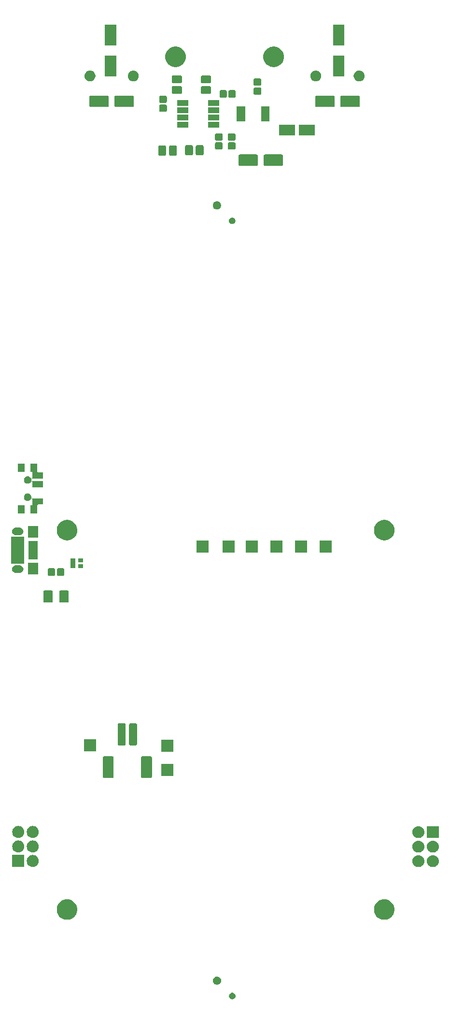
<source format=gbs>
G04 #@! TF.GenerationSoftware,KiCad,Pcbnew,(5.1.0-0)*
G04 #@! TF.CreationDate,2019-04-19T22:26:30-07:00*
G04 #@! TF.ProjectId,DC27-badge,44433237-2d62-4616-9467-652e6b696361,rev?*
G04 #@! TF.SameCoordinates,Original*
G04 #@! TF.FileFunction,Soldermask,Bot*
G04 #@! TF.FilePolarity,Negative*
%FSLAX46Y46*%
G04 Gerber Fmt 4.6, Leading zero omitted, Abs format (unit mm)*
G04 Created by KiCad (PCBNEW (5.1.0-0)) date 2019-04-19 22:26:30*
%MOMM*%
%LPD*%
G04 APERTURE LIST*
%ADD10C,0.150000*%
G04 APERTURE END LIST*
D10*
G36*
X106722442Y-209301818D02*
G01*
X106827085Y-209345162D01*
X106827086Y-209345163D01*
X106921262Y-209408089D01*
X107001353Y-209488180D01*
X107043399Y-209551107D01*
X107064280Y-209582357D01*
X107107624Y-209687000D01*
X107129721Y-209798089D01*
X107129721Y-209911353D01*
X107107624Y-210022442D01*
X107064280Y-210127085D01*
X107064279Y-210127086D01*
X107001353Y-210221262D01*
X106921262Y-210301353D01*
X106858335Y-210343399D01*
X106827085Y-210364280D01*
X106722442Y-210407624D01*
X106611354Y-210429721D01*
X106498088Y-210429721D01*
X106387000Y-210407624D01*
X106282357Y-210364280D01*
X106251107Y-210343399D01*
X106188180Y-210301353D01*
X106108089Y-210221262D01*
X106045163Y-210127086D01*
X106045162Y-210127085D01*
X106001818Y-210022442D01*
X105979721Y-209911353D01*
X105979721Y-209798089D01*
X106001818Y-209687000D01*
X106045162Y-209582357D01*
X106066043Y-209551107D01*
X106108089Y-209488180D01*
X106188180Y-209408089D01*
X106282356Y-209345163D01*
X106282357Y-209345162D01*
X106387000Y-209301818D01*
X106498088Y-209279721D01*
X106611354Y-209279721D01*
X106722442Y-209301818D01*
X106722442Y-209301818D01*
G37*
G36*
X104079190Y-206470576D02*
G01*
X104211131Y-206525227D01*
X104329875Y-206604570D01*
X104430860Y-206705555D01*
X104510203Y-206824299D01*
X104564854Y-206956240D01*
X104592715Y-207096307D01*
X104592715Y-207239123D01*
X104564854Y-207379190D01*
X104510203Y-207511131D01*
X104430860Y-207629875D01*
X104329875Y-207730860D01*
X104211131Y-207810203D01*
X104079190Y-207864854D01*
X103939123Y-207892715D01*
X103796307Y-207892715D01*
X103656240Y-207864854D01*
X103524299Y-207810203D01*
X103405555Y-207730860D01*
X103304570Y-207629875D01*
X103225227Y-207511131D01*
X103170576Y-207379190D01*
X103142715Y-207239123D01*
X103142715Y-207096307D01*
X103170576Y-206956240D01*
X103225227Y-206824299D01*
X103304570Y-206705555D01*
X103405555Y-206604570D01*
X103524299Y-206525227D01*
X103656240Y-206470576D01*
X103796307Y-206442715D01*
X103939123Y-206442715D01*
X104079190Y-206470576D01*
X104079190Y-206470576D01*
G37*
G36*
X133561163Y-192954587D02*
G01*
X133735041Y-192989173D01*
X134062620Y-193124861D01*
X134357433Y-193321849D01*
X134608151Y-193572567D01*
X134805139Y-193867380D01*
X134940827Y-194194959D01*
X135010000Y-194542716D01*
X135010000Y-194897284D01*
X134940827Y-195245041D01*
X134805139Y-195572620D01*
X134608151Y-195867433D01*
X134357433Y-196118151D01*
X134062620Y-196315139D01*
X133735041Y-196450827D01*
X133561163Y-196485413D01*
X133387286Y-196520000D01*
X133032714Y-196520000D01*
X132858837Y-196485413D01*
X132684959Y-196450827D01*
X132357380Y-196315139D01*
X132062567Y-196118151D01*
X131811849Y-195867433D01*
X131614861Y-195572620D01*
X131479173Y-195245041D01*
X131410000Y-194897284D01*
X131410000Y-194542716D01*
X131479173Y-194194959D01*
X131614861Y-193867380D01*
X131811849Y-193572567D01*
X132062567Y-193321849D01*
X132357380Y-193124861D01*
X132684959Y-192989173D01*
X132858838Y-192954586D01*
X133032714Y-192920000D01*
X133387286Y-192920000D01*
X133561163Y-192954587D01*
X133561163Y-192954587D01*
G37*
G36*
X77921163Y-192954587D02*
G01*
X78095041Y-192989173D01*
X78422620Y-193124861D01*
X78717433Y-193321849D01*
X78968151Y-193572567D01*
X79165139Y-193867380D01*
X79300827Y-194194959D01*
X79370000Y-194542716D01*
X79370000Y-194897284D01*
X79300827Y-195245041D01*
X79165139Y-195572620D01*
X78968151Y-195867433D01*
X78717433Y-196118151D01*
X78422620Y-196315139D01*
X78095041Y-196450827D01*
X77921163Y-196485413D01*
X77747286Y-196520000D01*
X77392714Y-196520000D01*
X77218837Y-196485413D01*
X77044959Y-196450827D01*
X76717380Y-196315139D01*
X76422567Y-196118151D01*
X76171849Y-195867433D01*
X75974861Y-195572620D01*
X75839173Y-195245041D01*
X75770000Y-194897284D01*
X75770000Y-194542716D01*
X75839173Y-194194959D01*
X75974861Y-193867380D01*
X76171849Y-193572567D01*
X76422567Y-193321849D01*
X76717380Y-193124861D01*
X77044959Y-192989173D01*
X77218837Y-192954587D01*
X77392714Y-192920000D01*
X77747286Y-192920000D01*
X77921163Y-192954587D01*
X77921163Y-192954587D01*
G37*
G36*
X139298707Y-185207597D02*
G01*
X139375836Y-185215193D01*
X139573762Y-185275233D01*
X139573765Y-185275234D01*
X139756170Y-185372732D01*
X139916055Y-185503945D01*
X140047268Y-185663830D01*
X140144766Y-185846235D01*
X140144767Y-185846238D01*
X140204807Y-186044164D01*
X140225080Y-186250000D01*
X140204807Y-186455836D01*
X140152350Y-186628765D01*
X140144766Y-186653765D01*
X140047268Y-186836170D01*
X139916055Y-186996055D01*
X139756170Y-187127268D01*
X139573765Y-187224766D01*
X139573762Y-187224767D01*
X139375836Y-187284807D01*
X139298707Y-187292404D01*
X139221580Y-187300000D01*
X139118420Y-187300000D01*
X139041293Y-187292404D01*
X138964164Y-187284807D01*
X138766238Y-187224767D01*
X138766235Y-187224766D01*
X138583830Y-187127268D01*
X138423945Y-186996055D01*
X138292732Y-186836170D01*
X138195234Y-186653765D01*
X138187650Y-186628765D01*
X138135193Y-186455836D01*
X138114920Y-186250000D01*
X138135193Y-186044164D01*
X138195233Y-185846238D01*
X138195234Y-185846235D01*
X138292732Y-185663830D01*
X138423945Y-185503945D01*
X138583830Y-185372732D01*
X138766235Y-185275234D01*
X138766238Y-185275233D01*
X138964164Y-185215193D01*
X139041293Y-185207597D01*
X139118420Y-185200000D01*
X139221580Y-185200000D01*
X139298707Y-185207597D01*
X139298707Y-185207597D01*
G37*
G36*
X141838707Y-185207597D02*
G01*
X141915836Y-185215193D01*
X142113762Y-185275233D01*
X142113765Y-185275234D01*
X142296170Y-185372732D01*
X142456055Y-185503945D01*
X142587268Y-185663830D01*
X142684766Y-185846235D01*
X142684767Y-185846238D01*
X142744807Y-186044164D01*
X142765080Y-186250000D01*
X142744807Y-186455836D01*
X142692350Y-186628765D01*
X142684766Y-186653765D01*
X142587268Y-186836170D01*
X142456055Y-186996055D01*
X142296170Y-187127268D01*
X142113765Y-187224766D01*
X142113762Y-187224767D01*
X141915836Y-187284807D01*
X141838707Y-187292404D01*
X141761580Y-187300000D01*
X141658420Y-187300000D01*
X141581293Y-187292404D01*
X141504164Y-187284807D01*
X141306238Y-187224767D01*
X141306235Y-187224766D01*
X141123830Y-187127268D01*
X140963945Y-186996055D01*
X140832732Y-186836170D01*
X140735234Y-186653765D01*
X140727650Y-186628765D01*
X140675193Y-186455836D01*
X140654920Y-186250000D01*
X140675193Y-186044164D01*
X140735233Y-185846238D01*
X140735234Y-185846235D01*
X140832732Y-185663830D01*
X140963945Y-185503945D01*
X141123830Y-185372732D01*
X141306235Y-185275234D01*
X141306238Y-185275233D01*
X141504164Y-185215193D01*
X141581293Y-185207597D01*
X141658420Y-185200000D01*
X141761580Y-185200000D01*
X141838707Y-185207597D01*
X141838707Y-185207597D01*
G37*
G36*
X70075000Y-187275000D02*
G01*
X67975000Y-187275000D01*
X67975000Y-185175000D01*
X70075000Y-185175000D01*
X70075000Y-187275000D01*
X70075000Y-187275000D01*
G37*
G36*
X71693707Y-185182597D02*
G01*
X71770836Y-185190193D01*
X71968762Y-185250233D01*
X71968765Y-185250234D01*
X72151170Y-185347732D01*
X72311055Y-185478945D01*
X72442268Y-185638830D01*
X72539766Y-185821235D01*
X72539767Y-185821238D01*
X72599807Y-186019164D01*
X72620080Y-186225000D01*
X72599807Y-186430836D01*
X72592223Y-186455836D01*
X72539766Y-186628765D01*
X72442268Y-186811170D01*
X72311055Y-186971055D01*
X72151170Y-187102268D01*
X71968765Y-187199766D01*
X71968762Y-187199767D01*
X71770836Y-187259807D01*
X71693707Y-187267403D01*
X71616580Y-187275000D01*
X71513420Y-187275000D01*
X71436293Y-187267403D01*
X71359164Y-187259807D01*
X71161238Y-187199767D01*
X71161235Y-187199766D01*
X70978830Y-187102268D01*
X70818945Y-186971055D01*
X70687732Y-186811170D01*
X70590234Y-186628765D01*
X70537777Y-186455836D01*
X70530193Y-186430836D01*
X70509920Y-186225000D01*
X70530193Y-186019164D01*
X70590233Y-185821238D01*
X70590234Y-185821235D01*
X70687732Y-185638830D01*
X70818945Y-185478945D01*
X70978830Y-185347732D01*
X71161235Y-185250234D01*
X71161238Y-185250233D01*
X71359164Y-185190193D01*
X71436293Y-185182597D01*
X71513420Y-185175000D01*
X71616580Y-185175000D01*
X71693707Y-185182597D01*
X71693707Y-185182597D01*
G37*
G36*
X139298707Y-182667596D02*
G01*
X139375836Y-182675193D01*
X139573762Y-182735233D01*
X139573765Y-182735234D01*
X139756170Y-182832732D01*
X139916055Y-182963945D01*
X140047268Y-183123830D01*
X140144766Y-183306235D01*
X140144767Y-183306238D01*
X140204807Y-183504164D01*
X140225080Y-183710000D01*
X140204807Y-183915836D01*
X140152350Y-184088765D01*
X140144766Y-184113765D01*
X140047268Y-184296170D01*
X139916055Y-184456055D01*
X139756170Y-184587268D01*
X139573765Y-184684766D01*
X139573762Y-184684767D01*
X139375836Y-184744807D01*
X139298707Y-184752404D01*
X139221580Y-184760000D01*
X139118420Y-184760000D01*
X139041293Y-184752404D01*
X138964164Y-184744807D01*
X138766238Y-184684767D01*
X138766235Y-184684766D01*
X138583830Y-184587268D01*
X138423945Y-184456055D01*
X138292732Y-184296170D01*
X138195234Y-184113765D01*
X138187650Y-184088765D01*
X138135193Y-183915836D01*
X138114920Y-183710000D01*
X138135193Y-183504164D01*
X138195233Y-183306238D01*
X138195234Y-183306235D01*
X138292732Y-183123830D01*
X138423945Y-182963945D01*
X138583830Y-182832732D01*
X138766235Y-182735234D01*
X138766238Y-182735233D01*
X138964164Y-182675193D01*
X139041293Y-182667596D01*
X139118420Y-182660000D01*
X139221580Y-182660000D01*
X139298707Y-182667596D01*
X139298707Y-182667596D01*
G37*
G36*
X141838707Y-182667596D02*
G01*
X141915836Y-182675193D01*
X142113762Y-182735233D01*
X142113765Y-182735234D01*
X142296170Y-182832732D01*
X142456055Y-182963945D01*
X142587268Y-183123830D01*
X142684766Y-183306235D01*
X142684767Y-183306238D01*
X142744807Y-183504164D01*
X142765080Y-183710000D01*
X142744807Y-183915836D01*
X142692350Y-184088765D01*
X142684766Y-184113765D01*
X142587268Y-184296170D01*
X142456055Y-184456055D01*
X142296170Y-184587268D01*
X142113765Y-184684766D01*
X142113762Y-184684767D01*
X141915836Y-184744807D01*
X141838707Y-184752404D01*
X141761580Y-184760000D01*
X141658420Y-184760000D01*
X141581293Y-184752404D01*
X141504164Y-184744807D01*
X141306238Y-184684767D01*
X141306235Y-184684766D01*
X141123830Y-184587268D01*
X140963945Y-184456055D01*
X140832732Y-184296170D01*
X140735234Y-184113765D01*
X140727650Y-184088765D01*
X140675193Y-183915836D01*
X140654920Y-183710000D01*
X140675193Y-183504164D01*
X140735233Y-183306238D01*
X140735234Y-183306235D01*
X140832732Y-183123830D01*
X140963945Y-182963945D01*
X141123830Y-182832732D01*
X141306235Y-182735234D01*
X141306238Y-182735233D01*
X141504164Y-182675193D01*
X141581293Y-182667596D01*
X141658420Y-182660000D01*
X141761580Y-182660000D01*
X141838707Y-182667596D01*
X141838707Y-182667596D01*
G37*
G36*
X69153707Y-182642596D02*
G01*
X69230836Y-182650193D01*
X69428762Y-182710233D01*
X69428765Y-182710234D01*
X69611170Y-182807732D01*
X69771055Y-182938945D01*
X69902268Y-183098830D01*
X69999766Y-183281235D01*
X69999767Y-183281238D01*
X70059807Y-183479164D01*
X70080080Y-183685000D01*
X70059807Y-183890836D01*
X70052223Y-183915836D01*
X69999766Y-184088765D01*
X69902268Y-184271170D01*
X69771055Y-184431055D01*
X69611170Y-184562268D01*
X69428765Y-184659766D01*
X69428762Y-184659767D01*
X69230836Y-184719807D01*
X69153707Y-184727403D01*
X69076580Y-184735000D01*
X68973420Y-184735000D01*
X68896293Y-184727403D01*
X68819164Y-184719807D01*
X68621238Y-184659767D01*
X68621235Y-184659766D01*
X68438830Y-184562268D01*
X68278945Y-184431055D01*
X68147732Y-184271170D01*
X68050234Y-184088765D01*
X67997777Y-183915836D01*
X67990193Y-183890836D01*
X67969920Y-183685000D01*
X67990193Y-183479164D01*
X68050233Y-183281238D01*
X68050234Y-183281235D01*
X68147732Y-183098830D01*
X68278945Y-182938945D01*
X68438830Y-182807732D01*
X68621235Y-182710234D01*
X68621238Y-182710233D01*
X68819164Y-182650193D01*
X68896293Y-182642596D01*
X68973420Y-182635000D01*
X69076580Y-182635000D01*
X69153707Y-182642596D01*
X69153707Y-182642596D01*
G37*
G36*
X71693707Y-182642596D02*
G01*
X71770836Y-182650193D01*
X71968762Y-182710233D01*
X71968765Y-182710234D01*
X72151170Y-182807732D01*
X72311055Y-182938945D01*
X72442268Y-183098830D01*
X72539766Y-183281235D01*
X72539767Y-183281238D01*
X72599807Y-183479164D01*
X72620080Y-183685000D01*
X72599807Y-183890836D01*
X72592223Y-183915836D01*
X72539766Y-184088765D01*
X72442268Y-184271170D01*
X72311055Y-184431055D01*
X72151170Y-184562268D01*
X71968765Y-184659766D01*
X71968762Y-184659767D01*
X71770836Y-184719807D01*
X71693707Y-184727403D01*
X71616580Y-184735000D01*
X71513420Y-184735000D01*
X71436293Y-184727403D01*
X71359164Y-184719807D01*
X71161238Y-184659767D01*
X71161235Y-184659766D01*
X70978830Y-184562268D01*
X70818945Y-184431055D01*
X70687732Y-184271170D01*
X70590234Y-184088765D01*
X70537777Y-183915836D01*
X70530193Y-183890836D01*
X70509920Y-183685000D01*
X70530193Y-183479164D01*
X70590233Y-183281238D01*
X70590234Y-183281235D01*
X70687732Y-183098830D01*
X70818945Y-182938945D01*
X70978830Y-182807732D01*
X71161235Y-182710234D01*
X71161238Y-182710233D01*
X71359164Y-182650193D01*
X71436293Y-182642596D01*
X71513420Y-182635000D01*
X71616580Y-182635000D01*
X71693707Y-182642596D01*
X71693707Y-182642596D01*
G37*
G36*
X142760000Y-182220000D02*
G01*
X140660000Y-182220000D01*
X140660000Y-180120000D01*
X142760000Y-180120000D01*
X142760000Y-182220000D01*
X142760000Y-182220000D01*
G37*
G36*
X139298707Y-180127597D02*
G01*
X139375836Y-180135193D01*
X139573762Y-180195233D01*
X139573765Y-180195234D01*
X139756170Y-180292732D01*
X139916055Y-180423945D01*
X140047268Y-180583830D01*
X140144766Y-180766235D01*
X140144767Y-180766238D01*
X140204807Y-180964164D01*
X140225080Y-181170000D01*
X140204807Y-181375836D01*
X140152350Y-181548765D01*
X140144766Y-181573765D01*
X140047268Y-181756170D01*
X139916055Y-181916055D01*
X139756170Y-182047268D01*
X139573765Y-182144766D01*
X139573762Y-182144767D01*
X139375836Y-182204807D01*
X139298707Y-182212404D01*
X139221580Y-182220000D01*
X139118420Y-182220000D01*
X139041293Y-182212404D01*
X138964164Y-182204807D01*
X138766238Y-182144767D01*
X138766235Y-182144766D01*
X138583830Y-182047268D01*
X138423945Y-181916055D01*
X138292732Y-181756170D01*
X138195234Y-181573765D01*
X138187650Y-181548765D01*
X138135193Y-181375836D01*
X138114920Y-181170000D01*
X138135193Y-180964164D01*
X138195233Y-180766238D01*
X138195234Y-180766235D01*
X138292732Y-180583830D01*
X138423945Y-180423945D01*
X138583830Y-180292732D01*
X138766235Y-180195234D01*
X138766238Y-180195233D01*
X138964164Y-180135193D01*
X139041293Y-180127597D01*
X139118420Y-180120000D01*
X139221580Y-180120000D01*
X139298707Y-180127597D01*
X139298707Y-180127597D01*
G37*
G36*
X71693707Y-180102596D02*
G01*
X71770836Y-180110193D01*
X71968762Y-180170233D01*
X71968765Y-180170234D01*
X72151170Y-180267732D01*
X72311055Y-180398945D01*
X72442268Y-180558830D01*
X72539766Y-180741235D01*
X72539767Y-180741238D01*
X72599807Y-180939164D01*
X72620080Y-181145000D01*
X72599807Y-181350836D01*
X72592223Y-181375836D01*
X72539766Y-181548765D01*
X72442268Y-181731170D01*
X72311055Y-181891055D01*
X72151170Y-182022268D01*
X71968765Y-182119766D01*
X71968762Y-182119767D01*
X71770836Y-182179807D01*
X71693707Y-182187403D01*
X71616580Y-182195000D01*
X71513420Y-182195000D01*
X71436293Y-182187403D01*
X71359164Y-182179807D01*
X71161238Y-182119767D01*
X71161235Y-182119766D01*
X70978830Y-182022268D01*
X70818945Y-181891055D01*
X70687732Y-181731170D01*
X70590234Y-181548765D01*
X70537777Y-181375836D01*
X70530193Y-181350836D01*
X70509920Y-181145000D01*
X70530193Y-180939164D01*
X70590233Y-180741238D01*
X70590234Y-180741235D01*
X70687732Y-180558830D01*
X70818945Y-180398945D01*
X70978830Y-180267732D01*
X71161235Y-180170234D01*
X71161238Y-180170233D01*
X71359164Y-180110193D01*
X71436293Y-180102596D01*
X71513420Y-180095000D01*
X71616580Y-180095000D01*
X71693707Y-180102596D01*
X71693707Y-180102596D01*
G37*
G36*
X69153707Y-180102596D02*
G01*
X69230836Y-180110193D01*
X69428762Y-180170233D01*
X69428765Y-180170234D01*
X69611170Y-180267732D01*
X69771055Y-180398945D01*
X69902268Y-180558830D01*
X69999766Y-180741235D01*
X69999767Y-180741238D01*
X70059807Y-180939164D01*
X70080080Y-181145000D01*
X70059807Y-181350836D01*
X70052223Y-181375836D01*
X69999766Y-181548765D01*
X69902268Y-181731170D01*
X69771055Y-181891055D01*
X69611170Y-182022268D01*
X69428765Y-182119766D01*
X69428762Y-182119767D01*
X69230836Y-182179807D01*
X69153707Y-182187403D01*
X69076580Y-182195000D01*
X68973420Y-182195000D01*
X68896293Y-182187403D01*
X68819164Y-182179807D01*
X68621238Y-182119767D01*
X68621235Y-182119766D01*
X68438830Y-182022268D01*
X68278945Y-181891055D01*
X68147732Y-181731170D01*
X68050234Y-181548765D01*
X67997777Y-181375836D01*
X67990193Y-181350836D01*
X67969920Y-181145000D01*
X67990193Y-180939164D01*
X68050233Y-180741238D01*
X68050234Y-180741235D01*
X68147732Y-180558830D01*
X68278945Y-180398945D01*
X68438830Y-180267732D01*
X68621235Y-180170234D01*
X68621238Y-180170233D01*
X68819164Y-180110193D01*
X68896293Y-180102596D01*
X68973420Y-180095000D01*
X69076580Y-180095000D01*
X69153707Y-180102596D01*
X69153707Y-180102596D01*
G37*
G36*
X85562067Y-167905076D02*
G01*
X85605728Y-167918320D01*
X85645964Y-167939827D01*
X85681231Y-167968769D01*
X85710173Y-168004036D01*
X85731680Y-168044272D01*
X85744924Y-168087933D01*
X85750000Y-168139474D01*
X85750000Y-171460526D01*
X85744924Y-171512067D01*
X85731680Y-171555728D01*
X85710173Y-171595964D01*
X85681231Y-171631231D01*
X85645964Y-171660173D01*
X85605728Y-171681680D01*
X85562067Y-171694924D01*
X85510526Y-171700000D01*
X84089474Y-171700000D01*
X84037933Y-171694924D01*
X83994272Y-171681680D01*
X83954036Y-171660173D01*
X83918769Y-171631231D01*
X83889827Y-171595964D01*
X83868320Y-171555728D01*
X83855076Y-171512067D01*
X83850000Y-171460526D01*
X83850000Y-168139474D01*
X83855076Y-168087933D01*
X83868320Y-168044272D01*
X83889827Y-168004036D01*
X83918769Y-167968769D01*
X83954036Y-167939827D01*
X83994272Y-167918320D01*
X84037933Y-167905076D01*
X84089474Y-167900000D01*
X85510526Y-167900000D01*
X85562067Y-167905076D01*
X85562067Y-167905076D01*
G37*
G36*
X92262067Y-167905076D02*
G01*
X92305728Y-167918320D01*
X92345964Y-167939827D01*
X92381231Y-167968769D01*
X92410173Y-168004036D01*
X92431680Y-168044272D01*
X92444924Y-168087933D01*
X92450000Y-168139474D01*
X92450000Y-171460526D01*
X92444924Y-171512067D01*
X92431680Y-171555728D01*
X92410173Y-171595964D01*
X92381231Y-171631231D01*
X92345964Y-171660173D01*
X92305728Y-171681680D01*
X92262067Y-171694924D01*
X92210526Y-171700000D01*
X90789474Y-171700000D01*
X90737933Y-171694924D01*
X90694272Y-171681680D01*
X90654036Y-171660173D01*
X90618769Y-171631231D01*
X90589827Y-171595964D01*
X90568320Y-171555728D01*
X90555076Y-171512067D01*
X90550000Y-171460526D01*
X90550000Y-168139474D01*
X90555076Y-168087933D01*
X90568320Y-168044272D01*
X90589827Y-168004036D01*
X90618769Y-167968769D01*
X90654036Y-167939827D01*
X90694272Y-167918320D01*
X90737933Y-167905076D01*
X90789474Y-167900000D01*
X92210526Y-167900000D01*
X92262067Y-167905076D01*
X92262067Y-167905076D01*
G37*
G36*
X96220000Y-171300000D02*
G01*
X94120000Y-171300000D01*
X94120000Y-169200000D01*
X96220000Y-169200000D01*
X96220000Y-171300000D01*
X96220000Y-171300000D01*
G37*
G36*
X96180000Y-167070000D02*
G01*
X94080000Y-167070000D01*
X94080000Y-164970000D01*
X96180000Y-164970000D01*
X96180000Y-167070000D01*
X96180000Y-167070000D01*
G37*
G36*
X82690000Y-166990000D02*
G01*
X80590000Y-166990000D01*
X80590000Y-164890000D01*
X82690000Y-164890000D01*
X82690000Y-166990000D01*
X82690000Y-166990000D01*
G37*
G36*
X89618472Y-162106117D02*
G01*
X89672288Y-162122442D01*
X89721891Y-162148956D01*
X89765366Y-162184634D01*
X89801044Y-162228109D01*
X89827558Y-162277712D01*
X89843883Y-162331528D01*
X89850000Y-162393640D01*
X89850000Y-165706360D01*
X89843883Y-165768472D01*
X89827558Y-165822288D01*
X89801044Y-165871891D01*
X89765366Y-165915366D01*
X89721891Y-165951044D01*
X89672288Y-165977558D01*
X89618472Y-165993883D01*
X89556360Y-166000000D01*
X88743640Y-166000000D01*
X88681528Y-165993883D01*
X88627712Y-165977558D01*
X88578109Y-165951044D01*
X88534634Y-165915366D01*
X88498956Y-165871891D01*
X88472442Y-165822288D01*
X88456117Y-165768472D01*
X88450000Y-165706360D01*
X88450000Y-162393640D01*
X88456117Y-162331528D01*
X88472442Y-162277712D01*
X88498956Y-162228109D01*
X88534634Y-162184634D01*
X88578109Y-162148956D01*
X88627712Y-162122442D01*
X88681528Y-162106117D01*
X88743640Y-162100000D01*
X89556360Y-162100000D01*
X89618472Y-162106117D01*
X89618472Y-162106117D01*
G37*
G36*
X87618472Y-162106117D02*
G01*
X87672288Y-162122442D01*
X87721891Y-162148956D01*
X87765366Y-162184634D01*
X87801044Y-162228109D01*
X87827558Y-162277712D01*
X87843883Y-162331528D01*
X87850000Y-162393640D01*
X87850000Y-165706360D01*
X87843883Y-165768472D01*
X87827558Y-165822288D01*
X87801044Y-165871891D01*
X87765366Y-165915366D01*
X87721891Y-165951044D01*
X87672288Y-165977558D01*
X87618472Y-165993883D01*
X87556360Y-166000000D01*
X86743640Y-166000000D01*
X86681528Y-165993883D01*
X86627712Y-165977558D01*
X86578109Y-165951044D01*
X86534634Y-165915366D01*
X86498956Y-165871891D01*
X86472442Y-165822288D01*
X86456117Y-165768472D01*
X86450000Y-165706360D01*
X86450000Y-162393640D01*
X86456117Y-162331528D01*
X86472442Y-162277712D01*
X86498956Y-162228109D01*
X86534634Y-162184634D01*
X86578109Y-162148956D01*
X86627712Y-162122442D01*
X86681528Y-162106117D01*
X86743640Y-162100000D01*
X87556360Y-162100000D01*
X87618472Y-162106117D01*
X87618472Y-162106117D01*
G37*
G36*
X74859628Y-138840493D02*
G01*
X74907354Y-138854971D01*
X74951332Y-138878477D01*
X74989884Y-138910116D01*
X75021523Y-138948668D01*
X75045029Y-138992646D01*
X75059507Y-139040372D01*
X75065000Y-139096141D01*
X75065000Y-140723859D01*
X75059507Y-140779628D01*
X75045029Y-140827354D01*
X75021523Y-140871332D01*
X74989884Y-140909884D01*
X74951332Y-140941523D01*
X74907354Y-140965029D01*
X74859628Y-140979507D01*
X74803859Y-140985000D01*
X73676141Y-140985000D01*
X73620372Y-140979507D01*
X73572646Y-140965029D01*
X73528668Y-140941523D01*
X73490116Y-140909884D01*
X73458477Y-140871332D01*
X73434971Y-140827354D01*
X73420493Y-140779628D01*
X73415000Y-140723859D01*
X73415000Y-139096141D01*
X73420493Y-139040372D01*
X73434971Y-138992646D01*
X73458477Y-138948668D01*
X73490116Y-138910116D01*
X73528668Y-138878477D01*
X73572646Y-138854971D01*
X73620372Y-138840493D01*
X73676141Y-138835000D01*
X74803859Y-138835000D01*
X74859628Y-138840493D01*
X74859628Y-138840493D01*
G37*
G36*
X77659628Y-138840493D02*
G01*
X77707354Y-138854971D01*
X77751332Y-138878477D01*
X77789884Y-138910116D01*
X77821523Y-138948668D01*
X77845029Y-138992646D01*
X77859507Y-139040372D01*
X77865000Y-139096141D01*
X77865000Y-140723859D01*
X77859507Y-140779628D01*
X77845029Y-140827354D01*
X77821523Y-140871332D01*
X77789884Y-140909884D01*
X77751332Y-140941523D01*
X77707354Y-140965029D01*
X77659628Y-140979507D01*
X77603859Y-140985000D01*
X76476141Y-140985000D01*
X76420372Y-140979507D01*
X76372646Y-140965029D01*
X76328668Y-140941523D01*
X76290116Y-140909884D01*
X76258477Y-140871332D01*
X76234971Y-140827354D01*
X76220493Y-140779628D01*
X76215000Y-140723859D01*
X76215000Y-139096141D01*
X76220493Y-139040372D01*
X76234971Y-138992646D01*
X76258477Y-138948668D01*
X76290116Y-138910116D01*
X76328668Y-138878477D01*
X76372646Y-138854971D01*
X76420372Y-138840493D01*
X76476141Y-138835000D01*
X77603859Y-138835000D01*
X77659628Y-138840493D01*
X77659628Y-138840493D01*
G37*
G36*
X75283622Y-134960517D02*
G01*
X75331585Y-134975066D01*
X75375778Y-134998688D01*
X75414519Y-135030481D01*
X75446312Y-135069222D01*
X75469934Y-135113415D01*
X75484483Y-135161378D01*
X75490000Y-135217391D01*
X75490000Y-136042609D01*
X75484483Y-136098622D01*
X75469934Y-136146585D01*
X75446312Y-136190778D01*
X75414519Y-136229519D01*
X75375778Y-136261312D01*
X75331585Y-136284934D01*
X75283622Y-136299483D01*
X75227609Y-136305000D01*
X74477391Y-136305000D01*
X74421378Y-136299483D01*
X74373415Y-136284934D01*
X74329222Y-136261312D01*
X74290481Y-136229519D01*
X74258688Y-136190778D01*
X74235066Y-136146585D01*
X74220517Y-136098622D01*
X74215000Y-136042609D01*
X74215000Y-135217391D01*
X74220517Y-135161378D01*
X74235066Y-135113415D01*
X74258688Y-135069222D01*
X74290481Y-135030481D01*
X74329222Y-134998688D01*
X74373415Y-134975066D01*
X74421378Y-134960517D01*
X74477391Y-134955000D01*
X75227609Y-134955000D01*
X75283622Y-134960517D01*
X75283622Y-134960517D01*
G37*
G36*
X76858622Y-134960517D02*
G01*
X76906585Y-134975066D01*
X76950778Y-134998688D01*
X76989519Y-135030481D01*
X77021312Y-135069222D01*
X77044934Y-135113415D01*
X77059483Y-135161378D01*
X77065000Y-135217391D01*
X77065000Y-136042609D01*
X77059483Y-136098622D01*
X77044934Y-136146585D01*
X77021312Y-136190778D01*
X76989519Y-136229519D01*
X76950778Y-136261312D01*
X76906585Y-136284934D01*
X76858622Y-136299483D01*
X76802609Y-136305000D01*
X76052391Y-136305000D01*
X75996378Y-136299483D01*
X75948415Y-136284934D01*
X75904222Y-136261312D01*
X75865481Y-136229519D01*
X75833688Y-136190778D01*
X75810066Y-136146585D01*
X75795517Y-136098622D01*
X75790000Y-136042609D01*
X75790000Y-135217391D01*
X75795517Y-135161378D01*
X75810066Y-135113415D01*
X75833688Y-135069222D01*
X75865481Y-135030481D01*
X75904222Y-134998688D01*
X75948415Y-134975066D01*
X75996378Y-134960517D01*
X76052391Y-134955000D01*
X76802609Y-134955000D01*
X76858622Y-134960517D01*
X76858622Y-134960517D01*
G37*
G36*
X72499770Y-135996690D02*
G01*
X70700230Y-135996690D01*
X70700230Y-133999030D01*
X72499770Y-133999030D01*
X72499770Y-135996690D01*
X72499770Y-135996690D01*
G37*
G36*
X69393417Y-134457936D02*
G01*
X69407051Y-134459279D01*
X69468273Y-134477851D01*
X69529496Y-134496423D01*
X69642343Y-134556741D01*
X69741255Y-134637915D01*
X69822429Y-134736827D01*
X69882747Y-134849674D01*
X69919891Y-134972120D01*
X69932433Y-135099460D01*
X69921015Y-135215383D01*
X69919891Y-135226801D01*
X69905649Y-135273750D01*
X69882747Y-135349246D01*
X69822429Y-135462093D01*
X69741255Y-135561005D01*
X69642343Y-135642179D01*
X69529496Y-135702497D01*
X69468273Y-135721069D01*
X69407051Y-135739641D01*
X69393417Y-135740984D01*
X69311621Y-135749040D01*
X68549299Y-135749040D01*
X68467503Y-135740984D01*
X68453869Y-135739641D01*
X68392647Y-135721069D01*
X68331424Y-135702497D01*
X68218577Y-135642179D01*
X68119665Y-135561005D01*
X68038491Y-135462093D01*
X67978173Y-135349246D01*
X67955271Y-135273750D01*
X67941029Y-135226801D01*
X67939905Y-135215383D01*
X67928487Y-135099460D01*
X67941029Y-134972120D01*
X67978173Y-134849674D01*
X68038491Y-134736827D01*
X68119665Y-134637915D01*
X68218577Y-134556741D01*
X68331424Y-134496423D01*
X68392647Y-134477851D01*
X68453869Y-134459279D01*
X68467503Y-134457936D01*
X68549299Y-134449880D01*
X69311621Y-134449880D01*
X69393417Y-134457936D01*
X69393417Y-134457936D01*
G37*
G36*
X79025000Y-134930000D02*
G01*
X78175000Y-134930000D01*
X78175000Y-133230000D01*
X79025000Y-133230000D01*
X79025000Y-134930000D01*
X79025000Y-134930000D01*
G37*
G36*
X80425000Y-134930000D02*
G01*
X79575000Y-134930000D01*
X79575000Y-134230000D01*
X80425000Y-134230000D01*
X80425000Y-134930000D01*
X80425000Y-134930000D01*
G37*
G36*
X70075339Y-131723921D02*
G01*
X70075341Y-131723941D01*
X70075341Y-134148840D01*
X67775421Y-134148840D01*
X67775421Y-131876079D01*
X67775419Y-131876059D01*
X67775419Y-129451160D01*
X70075339Y-129451160D01*
X70075339Y-131723921D01*
X70075339Y-131723921D01*
G37*
G36*
X80425000Y-133930000D02*
G01*
X79575000Y-133930000D01*
X79575000Y-133230000D01*
X80425000Y-133230000D01*
X80425000Y-133930000D01*
X80425000Y-133930000D01*
G37*
G36*
X72401370Y-133424329D02*
G01*
X70798630Y-133424329D01*
X70798630Y-130175670D01*
X72401370Y-130175670D01*
X72401370Y-133424329D01*
X72401370Y-133424329D01*
G37*
G36*
X123996000Y-132236000D02*
G01*
X121896000Y-132236000D01*
X121896000Y-130136000D01*
X123996000Y-130136000D01*
X123996000Y-132236000D01*
X123996000Y-132236000D01*
G37*
G36*
X119678000Y-132236000D02*
G01*
X117578000Y-132236000D01*
X117578000Y-130136000D01*
X119678000Y-130136000D01*
X119678000Y-132236000D01*
X119678000Y-132236000D01*
G37*
G36*
X115360000Y-132236000D02*
G01*
X113260000Y-132236000D01*
X113260000Y-130136000D01*
X115360000Y-130136000D01*
X115360000Y-132236000D01*
X115360000Y-132236000D01*
G37*
G36*
X111042000Y-132236000D02*
G01*
X108942000Y-132236000D01*
X108942000Y-130136000D01*
X111042000Y-130136000D01*
X111042000Y-132236000D01*
X111042000Y-132236000D01*
G37*
G36*
X106978000Y-132236000D02*
G01*
X104878000Y-132236000D01*
X104878000Y-130136000D01*
X106978000Y-130136000D01*
X106978000Y-132236000D01*
X106978000Y-132236000D01*
G37*
G36*
X102406000Y-132236000D02*
G01*
X100306000Y-132236000D01*
X100306000Y-130136000D01*
X102406000Y-130136000D01*
X102406000Y-132236000D01*
X102406000Y-132236000D01*
G37*
G36*
X133561163Y-126534587D02*
G01*
X133735041Y-126569173D01*
X134062620Y-126704861D01*
X134357433Y-126901849D01*
X134608151Y-127152567D01*
X134805139Y-127447380D01*
X134940827Y-127774959D01*
X134957814Y-127860359D01*
X135010000Y-128122714D01*
X135010000Y-128477286D01*
X134977720Y-128639566D01*
X134940827Y-128825041D01*
X134805139Y-129152620D01*
X134608151Y-129447433D01*
X134357433Y-129698151D01*
X134062620Y-129895139D01*
X133735041Y-130030827D01*
X133561163Y-130065413D01*
X133387286Y-130100000D01*
X133032714Y-130100000D01*
X132858837Y-130065413D01*
X132684959Y-130030827D01*
X132357380Y-129895139D01*
X132062567Y-129698151D01*
X131811849Y-129447433D01*
X131614861Y-129152620D01*
X131479173Y-128825041D01*
X131442280Y-128639566D01*
X131410000Y-128477286D01*
X131410000Y-128122714D01*
X131462186Y-127860359D01*
X131479173Y-127774959D01*
X131614861Y-127447380D01*
X131811849Y-127152567D01*
X132062567Y-126901849D01*
X132357380Y-126704861D01*
X132684959Y-126569173D01*
X132858837Y-126534587D01*
X133032714Y-126500000D01*
X133387286Y-126500000D01*
X133561163Y-126534587D01*
X133561163Y-126534587D01*
G37*
G36*
X77921163Y-126534587D02*
G01*
X78095041Y-126569173D01*
X78422620Y-126704861D01*
X78717433Y-126901849D01*
X78968151Y-127152567D01*
X79165139Y-127447380D01*
X79300827Y-127774959D01*
X79317814Y-127860359D01*
X79370000Y-128122714D01*
X79370000Y-128477286D01*
X79337720Y-128639566D01*
X79300827Y-128825041D01*
X79165139Y-129152620D01*
X78968151Y-129447433D01*
X78717433Y-129698151D01*
X78422620Y-129895139D01*
X78095041Y-130030827D01*
X77921163Y-130065413D01*
X77747286Y-130100000D01*
X77392714Y-130100000D01*
X77218837Y-130065413D01*
X77044959Y-130030827D01*
X76717380Y-129895139D01*
X76422567Y-129698151D01*
X76171849Y-129447433D01*
X75974861Y-129152620D01*
X75839173Y-128825041D01*
X75802280Y-128639566D01*
X75770000Y-128477286D01*
X75770000Y-128122714D01*
X75822186Y-127860359D01*
X75839173Y-127774959D01*
X75974861Y-127447380D01*
X76171849Y-127152567D01*
X76422567Y-126901849D01*
X76717380Y-126704861D01*
X77044959Y-126569173D01*
X77218837Y-126534587D01*
X77392714Y-126500000D01*
X77747286Y-126500000D01*
X77921163Y-126534587D01*
X77921163Y-126534587D01*
G37*
G36*
X72499770Y-129600970D02*
G01*
X70700230Y-129600970D01*
X70700230Y-127603310D01*
X72499770Y-127603310D01*
X72499770Y-129600970D01*
X72499770Y-129600970D01*
G37*
G36*
X69393417Y-127859016D02*
G01*
X69407051Y-127860359D01*
X69468273Y-127878931D01*
X69529496Y-127897503D01*
X69642343Y-127957821D01*
X69741255Y-128038995D01*
X69822429Y-128137907D01*
X69882747Y-128250754D01*
X69901319Y-128311977D01*
X69916019Y-128360434D01*
X69919891Y-128373200D01*
X69932433Y-128500540D01*
X69919891Y-128627880D01*
X69882747Y-128750326D01*
X69822429Y-128863173D01*
X69741255Y-128962085D01*
X69642343Y-129043259D01*
X69529496Y-129103577D01*
X69468273Y-129122149D01*
X69407051Y-129140721D01*
X69393417Y-129142064D01*
X69311621Y-129150120D01*
X68549299Y-129150120D01*
X68467503Y-129142064D01*
X68453869Y-129140721D01*
X68392647Y-129122149D01*
X68331424Y-129103577D01*
X68218577Y-129043259D01*
X68119665Y-128962085D01*
X68038491Y-128863173D01*
X67978173Y-128750326D01*
X67941029Y-128627880D01*
X67928487Y-128500540D01*
X67941029Y-128373200D01*
X67944902Y-128360434D01*
X67959601Y-128311977D01*
X67978173Y-128250754D01*
X68038491Y-128137907D01*
X68119665Y-128038995D01*
X68218577Y-127957821D01*
X68331424Y-127897503D01*
X68392647Y-127878931D01*
X68453869Y-127860359D01*
X68467503Y-127859016D01*
X68549299Y-127850960D01*
X69311621Y-127850960D01*
X69393417Y-127859016D01*
X69393417Y-127859016D01*
G37*
G36*
X70170000Y-125350000D02*
G01*
X68970000Y-125350000D01*
X68970000Y-123950000D01*
X70170000Y-123950000D01*
X70170000Y-125350000D01*
X70170000Y-125350000D01*
G37*
G36*
X70817738Y-121866653D02*
G01*
X70859598Y-121874979D01*
X70908596Y-121895275D01*
X70977889Y-121923977D01*
X70977890Y-121923978D01*
X71084351Y-121995112D01*
X71174888Y-122085649D01*
X71222418Y-122156784D01*
X71246023Y-122192111D01*
X71295021Y-122310403D01*
X71320000Y-122435979D01*
X71320000Y-122575001D01*
X71322402Y-122599387D01*
X71329515Y-122622836D01*
X71341066Y-122644447D01*
X71356611Y-122663389D01*
X71375553Y-122678934D01*
X71397164Y-122690485D01*
X71420613Y-122697598D01*
X71444999Y-122700000D01*
X73380000Y-122700000D01*
X73380000Y-123800000D01*
X72504999Y-123800000D01*
X72480613Y-123802402D01*
X72457164Y-123809515D01*
X72435553Y-123821066D01*
X72416611Y-123836611D01*
X72401066Y-123855553D01*
X72389515Y-123877164D01*
X72382402Y-123900613D01*
X72380000Y-123924999D01*
X72380000Y-125350000D01*
X71180000Y-125350000D01*
X71180000Y-123950000D01*
X71355001Y-123950000D01*
X71379387Y-123947598D01*
X71402836Y-123940485D01*
X71424447Y-123928934D01*
X71443389Y-123913389D01*
X71458934Y-123894447D01*
X71470485Y-123872836D01*
X71477598Y-123849387D01*
X71480000Y-123825001D01*
X71480000Y-122869785D01*
X71477598Y-122845399D01*
X71470485Y-122821950D01*
X71458934Y-122800339D01*
X71443389Y-122781397D01*
X71424447Y-122765852D01*
X71402836Y-122754301D01*
X71379387Y-122747188D01*
X71355001Y-122744786D01*
X71330615Y-122747188D01*
X71307166Y-122754301D01*
X71285555Y-122765852D01*
X71266613Y-122781397D01*
X71251068Y-122800339D01*
X71236628Y-122821950D01*
X71174888Y-122914351D01*
X71084351Y-123004888D01*
X71013216Y-123052418D01*
X70977889Y-123076023D01*
X70908596Y-123104725D01*
X70859598Y-123125021D01*
X70817738Y-123133347D01*
X70734021Y-123150000D01*
X70605979Y-123150000D01*
X70522262Y-123133347D01*
X70480402Y-123125021D01*
X70431404Y-123104725D01*
X70362111Y-123076023D01*
X70326784Y-123052418D01*
X70255649Y-123004888D01*
X70165112Y-122914351D01*
X70093978Y-122807890D01*
X70093977Y-122807889D01*
X70048293Y-122697598D01*
X70044979Y-122689598D01*
X70020000Y-122564019D01*
X70020000Y-122435981D01*
X70044979Y-122310402D01*
X70065275Y-122261404D01*
X70093977Y-122192111D01*
X70117582Y-122156784D01*
X70165112Y-122085649D01*
X70255649Y-121995112D01*
X70362110Y-121923978D01*
X70362111Y-121923977D01*
X70431404Y-121895275D01*
X70480402Y-121874979D01*
X70522262Y-121866653D01*
X70605979Y-121850000D01*
X70734021Y-121850000D01*
X70817738Y-121866653D01*
X70817738Y-121866653D01*
G37*
G36*
X72380000Y-118075001D02*
G01*
X72382402Y-118099387D01*
X72389515Y-118122836D01*
X72401066Y-118144447D01*
X72416611Y-118163389D01*
X72435553Y-118178934D01*
X72457164Y-118190485D01*
X72480613Y-118197598D01*
X72504999Y-118200000D01*
X73380000Y-118200000D01*
X73380000Y-119300000D01*
X71444999Y-119300000D01*
X71420613Y-119302402D01*
X71397164Y-119309515D01*
X71375553Y-119321066D01*
X71356611Y-119336611D01*
X71341066Y-119355553D01*
X71329515Y-119377164D01*
X71322402Y-119400613D01*
X71320000Y-119424999D01*
X71320000Y-119575001D01*
X71322402Y-119599387D01*
X71329515Y-119622836D01*
X71341066Y-119644447D01*
X71356611Y-119663389D01*
X71375553Y-119678934D01*
X71397164Y-119690485D01*
X71420613Y-119697598D01*
X71444999Y-119700000D01*
X73380000Y-119700000D01*
X73380000Y-120800000D01*
X71480000Y-120800000D01*
X71480000Y-119869785D01*
X71477598Y-119845399D01*
X71470485Y-119821950D01*
X71458934Y-119800339D01*
X71443389Y-119781397D01*
X71424447Y-119765852D01*
X71402836Y-119754301D01*
X71379387Y-119747188D01*
X71355001Y-119744786D01*
X71330615Y-119747188D01*
X71307166Y-119754301D01*
X71285555Y-119765852D01*
X71266613Y-119781397D01*
X71251068Y-119800339D01*
X71236628Y-119821950D01*
X71174888Y-119914351D01*
X71084351Y-120004888D01*
X71013216Y-120052418D01*
X70977889Y-120076023D01*
X70908596Y-120104725D01*
X70859598Y-120125021D01*
X70817738Y-120133347D01*
X70734021Y-120150000D01*
X70605979Y-120150000D01*
X70522262Y-120133347D01*
X70480402Y-120125021D01*
X70431404Y-120104725D01*
X70362111Y-120076023D01*
X70326784Y-120052418D01*
X70255649Y-120004888D01*
X70165112Y-119914351D01*
X70093978Y-119807890D01*
X70093977Y-119807889D01*
X70048293Y-119697598D01*
X70044979Y-119689598D01*
X70020000Y-119564019D01*
X70020000Y-119435981D01*
X70044979Y-119310402D01*
X70090850Y-119199661D01*
X70093977Y-119192111D01*
X70119040Y-119154601D01*
X70165112Y-119085649D01*
X70255649Y-118995112D01*
X70362110Y-118923978D01*
X70362111Y-118923977D01*
X70431404Y-118895275D01*
X70480402Y-118874979D01*
X70522262Y-118866653D01*
X70605979Y-118850000D01*
X70734021Y-118850000D01*
X70817738Y-118866653D01*
X70859598Y-118874979D01*
X70908596Y-118895275D01*
X70977889Y-118923977D01*
X70977890Y-118923978D01*
X71084351Y-118995112D01*
X71174888Y-119085649D01*
X71213456Y-119143370D01*
X71251068Y-119199661D01*
X71266613Y-119218603D01*
X71285555Y-119234148D01*
X71307166Y-119245699D01*
X71330615Y-119252812D01*
X71355001Y-119255214D01*
X71379387Y-119252812D01*
X71402836Y-119245699D01*
X71424447Y-119234148D01*
X71443389Y-119218603D01*
X71458934Y-119199661D01*
X71470485Y-119178050D01*
X71477598Y-119154601D01*
X71480000Y-119130215D01*
X71480000Y-118174999D01*
X71477598Y-118150613D01*
X71470485Y-118127164D01*
X71458934Y-118105553D01*
X71443389Y-118086611D01*
X71424447Y-118071066D01*
X71402836Y-118059515D01*
X71379387Y-118052402D01*
X71355001Y-118050000D01*
X71180000Y-118050000D01*
X71180000Y-116650000D01*
X72380000Y-116650000D01*
X72380000Y-118075001D01*
X72380000Y-118075001D01*
G37*
G36*
X70170000Y-118050000D02*
G01*
X68970000Y-118050000D01*
X68970000Y-116650000D01*
X70170000Y-116650000D01*
X70170000Y-118050000D01*
X70170000Y-118050000D01*
G37*
G36*
X106701224Y-73560600D02*
G01*
X106805867Y-73603944D01*
X106805868Y-73603945D01*
X106900044Y-73666871D01*
X106980135Y-73746962D01*
X107022181Y-73809889D01*
X107043062Y-73841139D01*
X107086406Y-73945782D01*
X107108503Y-74056871D01*
X107108503Y-74170135D01*
X107086406Y-74281224D01*
X107043062Y-74385867D01*
X107043061Y-74385868D01*
X106980135Y-74480044D01*
X106900044Y-74560135D01*
X106837117Y-74602181D01*
X106805867Y-74623062D01*
X106701224Y-74666406D01*
X106590136Y-74688503D01*
X106476870Y-74688503D01*
X106365782Y-74666406D01*
X106261139Y-74623062D01*
X106229889Y-74602181D01*
X106166962Y-74560135D01*
X106086871Y-74480044D01*
X106023945Y-74385868D01*
X106023944Y-74385867D01*
X105980600Y-74281224D01*
X105958503Y-74170135D01*
X105958503Y-74056871D01*
X105980600Y-73945782D01*
X106023944Y-73841139D01*
X106044825Y-73809889D01*
X106086871Y-73746962D01*
X106166962Y-73666871D01*
X106261138Y-73603945D01*
X106261139Y-73603944D01*
X106365782Y-73560600D01*
X106476870Y-73538503D01*
X106590136Y-73538503D01*
X106701224Y-73560600D01*
X106701224Y-73560600D01*
G37*
G36*
X104057972Y-70729358D02*
G01*
X104189913Y-70784009D01*
X104308657Y-70863352D01*
X104409642Y-70964337D01*
X104488985Y-71083081D01*
X104543636Y-71215022D01*
X104571497Y-71355089D01*
X104571497Y-71497905D01*
X104543636Y-71637972D01*
X104488985Y-71769913D01*
X104409642Y-71888657D01*
X104308657Y-71989642D01*
X104189913Y-72068985D01*
X104057972Y-72123636D01*
X103917905Y-72151497D01*
X103775089Y-72151497D01*
X103635022Y-72123636D01*
X103503081Y-72068985D01*
X103384337Y-71989642D01*
X103283352Y-71888657D01*
X103204009Y-71769913D01*
X103149358Y-71637972D01*
X103121497Y-71497905D01*
X103121497Y-71355089D01*
X103149358Y-71215022D01*
X103204009Y-71083081D01*
X103283352Y-70964337D01*
X103384337Y-70863352D01*
X103503081Y-70784009D01*
X103635022Y-70729358D01*
X103775089Y-70701497D01*
X103917905Y-70701497D01*
X104057972Y-70729358D01*
X104057972Y-70729358D01*
G37*
G36*
X115267517Y-62504946D02*
G01*
X115309908Y-62517805D01*
X115348973Y-62538686D01*
X115383214Y-62566786D01*
X115411314Y-62601027D01*
X115432195Y-62640092D01*
X115445054Y-62682483D01*
X115450000Y-62732703D01*
X115450000Y-64267297D01*
X115445054Y-64317517D01*
X115432195Y-64359908D01*
X115411314Y-64398973D01*
X115383214Y-64433214D01*
X115348973Y-64461314D01*
X115309908Y-64482195D01*
X115267517Y-64495054D01*
X115217297Y-64500000D01*
X112282703Y-64500000D01*
X112232483Y-64495054D01*
X112190092Y-64482195D01*
X112151027Y-64461314D01*
X112116786Y-64433214D01*
X112088686Y-64398973D01*
X112067805Y-64359908D01*
X112054946Y-64317517D01*
X112050000Y-64267297D01*
X112050000Y-62732703D01*
X112054946Y-62682483D01*
X112067805Y-62640092D01*
X112088686Y-62601027D01*
X112116786Y-62566786D01*
X112151027Y-62538686D01*
X112190092Y-62517805D01*
X112232483Y-62504946D01*
X112282703Y-62500000D01*
X115217297Y-62500000D01*
X115267517Y-62504946D01*
X115267517Y-62504946D01*
G37*
G36*
X110867517Y-62504946D02*
G01*
X110909908Y-62517805D01*
X110948973Y-62538686D01*
X110983214Y-62566786D01*
X111011314Y-62601027D01*
X111032195Y-62640092D01*
X111045054Y-62682483D01*
X111050000Y-62732703D01*
X111050000Y-64267297D01*
X111045054Y-64317517D01*
X111032195Y-64359908D01*
X111011314Y-64398973D01*
X110983214Y-64433214D01*
X110948973Y-64461314D01*
X110909908Y-64482195D01*
X110867517Y-64495054D01*
X110817297Y-64500000D01*
X107882703Y-64500000D01*
X107832483Y-64495054D01*
X107790092Y-64482195D01*
X107751027Y-64461314D01*
X107716786Y-64433214D01*
X107688686Y-64398973D01*
X107667805Y-64359908D01*
X107654946Y-64317517D01*
X107650000Y-64267297D01*
X107650000Y-62732703D01*
X107654946Y-62682483D01*
X107667805Y-62640092D01*
X107688686Y-62601027D01*
X107716786Y-62566786D01*
X107751027Y-62538686D01*
X107790092Y-62517805D01*
X107832483Y-62504946D01*
X107882703Y-62500000D01*
X110817297Y-62500000D01*
X110867517Y-62504946D01*
X110867517Y-62504946D01*
G37*
G36*
X96598499Y-60905997D02*
G01*
X96651147Y-60921968D01*
X96699668Y-60947902D01*
X96742195Y-60982805D01*
X96777098Y-61025332D01*
X96803032Y-61073853D01*
X96819003Y-61126501D01*
X96825000Y-61187390D01*
X96825000Y-62412610D01*
X96819003Y-62473499D01*
X96803032Y-62526147D01*
X96777098Y-62574668D01*
X96742195Y-62617195D01*
X96699668Y-62652098D01*
X96651147Y-62678032D01*
X96598499Y-62694003D01*
X96537610Y-62700000D01*
X95737390Y-62700000D01*
X95676501Y-62694003D01*
X95623853Y-62678032D01*
X95575332Y-62652098D01*
X95532805Y-62617195D01*
X95497902Y-62574668D01*
X95471968Y-62526147D01*
X95455997Y-62473499D01*
X95450000Y-62412610D01*
X95450000Y-61187390D01*
X95455997Y-61126501D01*
X95471968Y-61073853D01*
X95497902Y-61025332D01*
X95532805Y-60982805D01*
X95575332Y-60947902D01*
X95623853Y-60921968D01*
X95676501Y-60905997D01*
X95737390Y-60900000D01*
X96537610Y-60900000D01*
X96598499Y-60905997D01*
X96598499Y-60905997D01*
G37*
G36*
X94723499Y-60905997D02*
G01*
X94776147Y-60921968D01*
X94824668Y-60947902D01*
X94867195Y-60982805D01*
X94902098Y-61025332D01*
X94928032Y-61073853D01*
X94944003Y-61126501D01*
X94950000Y-61187390D01*
X94950000Y-62412610D01*
X94944003Y-62473499D01*
X94928032Y-62526147D01*
X94902098Y-62574668D01*
X94867195Y-62617195D01*
X94824668Y-62652098D01*
X94776147Y-62678032D01*
X94723499Y-62694003D01*
X94662610Y-62700000D01*
X93862390Y-62700000D01*
X93801501Y-62694003D01*
X93748853Y-62678032D01*
X93700332Y-62652098D01*
X93657805Y-62617195D01*
X93622902Y-62574668D01*
X93596968Y-62526147D01*
X93580997Y-62473499D01*
X93575000Y-62412610D01*
X93575000Y-61187390D01*
X93580997Y-61126501D01*
X93596968Y-61073853D01*
X93622902Y-61025332D01*
X93657805Y-60982805D01*
X93700332Y-60947902D01*
X93748853Y-60921968D01*
X93801501Y-60905997D01*
X93862390Y-60900000D01*
X94662610Y-60900000D01*
X94723499Y-60905997D01*
X94723499Y-60905997D01*
G37*
G36*
X101298499Y-60855997D02*
G01*
X101351147Y-60871968D01*
X101399668Y-60897902D01*
X101442195Y-60932805D01*
X101477098Y-60975332D01*
X101503032Y-61023853D01*
X101519003Y-61076501D01*
X101525000Y-61137390D01*
X101525000Y-62362610D01*
X101519003Y-62423499D01*
X101503032Y-62476147D01*
X101477098Y-62524668D01*
X101442195Y-62567195D01*
X101399668Y-62602098D01*
X101351147Y-62628032D01*
X101298499Y-62644003D01*
X101237610Y-62650000D01*
X100437390Y-62650000D01*
X100376501Y-62644003D01*
X100323853Y-62628032D01*
X100275332Y-62602098D01*
X100232805Y-62567195D01*
X100197902Y-62524668D01*
X100171968Y-62476147D01*
X100155997Y-62423499D01*
X100150000Y-62362610D01*
X100150000Y-61137390D01*
X100155997Y-61076501D01*
X100171968Y-61023853D01*
X100197902Y-60975332D01*
X100232805Y-60932805D01*
X100275332Y-60897902D01*
X100323853Y-60871968D01*
X100376501Y-60855997D01*
X100437390Y-60850000D01*
X101237610Y-60850000D01*
X101298499Y-60855997D01*
X101298499Y-60855997D01*
G37*
G36*
X99423499Y-60855997D02*
G01*
X99476147Y-60871968D01*
X99524668Y-60897902D01*
X99567195Y-60932805D01*
X99602098Y-60975332D01*
X99628032Y-61023853D01*
X99644003Y-61076501D01*
X99650000Y-61137390D01*
X99650000Y-62362610D01*
X99644003Y-62423499D01*
X99628032Y-62476147D01*
X99602098Y-62524668D01*
X99567195Y-62567195D01*
X99524668Y-62602098D01*
X99476147Y-62628032D01*
X99423499Y-62644003D01*
X99362610Y-62650000D01*
X98562390Y-62650000D01*
X98501501Y-62644003D01*
X98448853Y-62628032D01*
X98400332Y-62602098D01*
X98357805Y-62567195D01*
X98322902Y-62524668D01*
X98296968Y-62476147D01*
X98280997Y-62423499D01*
X98275000Y-62362610D01*
X98275000Y-61137390D01*
X98280997Y-61076501D01*
X98296968Y-61023853D01*
X98322902Y-60975332D01*
X98357805Y-60932805D01*
X98400332Y-60897902D01*
X98448853Y-60871968D01*
X98501501Y-60855997D01*
X98562390Y-60850000D01*
X99362610Y-60850000D01*
X99423499Y-60855997D01*
X99423499Y-60855997D01*
G37*
G36*
X106918622Y-60378017D02*
G01*
X106966585Y-60392566D01*
X107010778Y-60416188D01*
X107049519Y-60447981D01*
X107081312Y-60486722D01*
X107104934Y-60530915D01*
X107119483Y-60578878D01*
X107125000Y-60634891D01*
X107125000Y-61385109D01*
X107119483Y-61441122D01*
X107104934Y-61489085D01*
X107081312Y-61533278D01*
X107049519Y-61572019D01*
X107010778Y-61603812D01*
X106966585Y-61627434D01*
X106918622Y-61641983D01*
X106862609Y-61647500D01*
X106037391Y-61647500D01*
X105981378Y-61641983D01*
X105933415Y-61627434D01*
X105889222Y-61603812D01*
X105850481Y-61572019D01*
X105818688Y-61533278D01*
X105795066Y-61489085D01*
X105780517Y-61441122D01*
X105775000Y-61385109D01*
X105775000Y-60634891D01*
X105780517Y-60578878D01*
X105795066Y-60530915D01*
X105818688Y-60486722D01*
X105850481Y-60447981D01*
X105889222Y-60416188D01*
X105933415Y-60392566D01*
X105981378Y-60378017D01*
X106037391Y-60372500D01*
X106862609Y-60372500D01*
X106918622Y-60378017D01*
X106918622Y-60378017D01*
G37*
G36*
X104668622Y-60368017D02*
G01*
X104716585Y-60382566D01*
X104760778Y-60406188D01*
X104799519Y-60437981D01*
X104831312Y-60476722D01*
X104854934Y-60520915D01*
X104869483Y-60568878D01*
X104875000Y-60624891D01*
X104875000Y-61375109D01*
X104869483Y-61431122D01*
X104854934Y-61479085D01*
X104831312Y-61523278D01*
X104799519Y-61562019D01*
X104760778Y-61593812D01*
X104716585Y-61617434D01*
X104668622Y-61631983D01*
X104612609Y-61637500D01*
X103787391Y-61637500D01*
X103731378Y-61631983D01*
X103683415Y-61617434D01*
X103639222Y-61593812D01*
X103600481Y-61562019D01*
X103568688Y-61523278D01*
X103545066Y-61479085D01*
X103530517Y-61431122D01*
X103525000Y-61375109D01*
X103525000Y-60624891D01*
X103530517Y-60568878D01*
X103545066Y-60520915D01*
X103568688Y-60476722D01*
X103600481Y-60437981D01*
X103639222Y-60406188D01*
X103683415Y-60382566D01*
X103731378Y-60368017D01*
X103787391Y-60362500D01*
X104612609Y-60362500D01*
X104668622Y-60368017D01*
X104668622Y-60368017D01*
G37*
G36*
X106918622Y-58803017D02*
G01*
X106966585Y-58817566D01*
X107010778Y-58841188D01*
X107049519Y-58872981D01*
X107081312Y-58911722D01*
X107104934Y-58955915D01*
X107119483Y-59003878D01*
X107125000Y-59059891D01*
X107125000Y-59810109D01*
X107119483Y-59866122D01*
X107104934Y-59914085D01*
X107081312Y-59958278D01*
X107049519Y-59997019D01*
X107010778Y-60028812D01*
X106966585Y-60052434D01*
X106918622Y-60066983D01*
X106862609Y-60072500D01*
X106037391Y-60072500D01*
X105981378Y-60066983D01*
X105933415Y-60052434D01*
X105889222Y-60028812D01*
X105850481Y-59997019D01*
X105818688Y-59958278D01*
X105795066Y-59914085D01*
X105780517Y-59866122D01*
X105775000Y-59810109D01*
X105775000Y-59059891D01*
X105780517Y-59003878D01*
X105795066Y-58955915D01*
X105818688Y-58911722D01*
X105850481Y-58872981D01*
X105889222Y-58841188D01*
X105933415Y-58817566D01*
X105981378Y-58803017D01*
X106037391Y-58797500D01*
X106862609Y-58797500D01*
X106918622Y-58803017D01*
X106918622Y-58803017D01*
G37*
G36*
X104668622Y-58793017D02*
G01*
X104716585Y-58807566D01*
X104760778Y-58831188D01*
X104799519Y-58862981D01*
X104831312Y-58901722D01*
X104854934Y-58945915D01*
X104869483Y-58993878D01*
X104875000Y-59049891D01*
X104875000Y-59800109D01*
X104869483Y-59856122D01*
X104854934Y-59904085D01*
X104831312Y-59948278D01*
X104799519Y-59987019D01*
X104760778Y-60018812D01*
X104716585Y-60042434D01*
X104668622Y-60056983D01*
X104612609Y-60062500D01*
X103787391Y-60062500D01*
X103731378Y-60056983D01*
X103683415Y-60042434D01*
X103639222Y-60018812D01*
X103600481Y-59987019D01*
X103568688Y-59948278D01*
X103545066Y-59904085D01*
X103530517Y-59856122D01*
X103525000Y-59800109D01*
X103525000Y-59049891D01*
X103530517Y-58993878D01*
X103545066Y-58945915D01*
X103568688Y-58901722D01*
X103600481Y-58862981D01*
X103639222Y-58831188D01*
X103683415Y-58807566D01*
X103731378Y-58793017D01*
X103787391Y-58787500D01*
X104612609Y-58787500D01*
X104668622Y-58793017D01*
X104668622Y-58793017D01*
G37*
G36*
X117529160Y-59175830D02*
G01*
X114775800Y-59175830D01*
X114775800Y-57324170D01*
X117529160Y-57324170D01*
X117529160Y-59175830D01*
X117529160Y-59175830D01*
G37*
G36*
X121024200Y-59175830D02*
G01*
X118270840Y-59175830D01*
X118270840Y-57324170D01*
X121024200Y-57324170D01*
X121024200Y-59175830D01*
X121024200Y-59175830D01*
G37*
G36*
X98875000Y-57805000D02*
G01*
X96925000Y-57805000D01*
X96925000Y-56805000D01*
X98875000Y-56805000D01*
X98875000Y-57805000D01*
X98875000Y-57805000D01*
G37*
G36*
X104275000Y-57805000D02*
G01*
X102325000Y-57805000D01*
X102325000Y-56805000D01*
X104275000Y-56805000D01*
X104275000Y-57805000D01*
X104275000Y-57805000D01*
G37*
G36*
X113100000Y-56725000D02*
G01*
X111600000Y-56725000D01*
X111600000Y-54075000D01*
X113100000Y-54075000D01*
X113100000Y-56725000D01*
X113100000Y-56725000D01*
G37*
G36*
X108800000Y-56725000D02*
G01*
X107300000Y-56725000D01*
X107300000Y-54075000D01*
X108800000Y-54075000D01*
X108800000Y-56725000D01*
X108800000Y-56725000D01*
G37*
G36*
X98875000Y-56535000D02*
G01*
X96925000Y-56535000D01*
X96925000Y-55535000D01*
X98875000Y-55535000D01*
X98875000Y-56535000D01*
X98875000Y-56535000D01*
G37*
G36*
X104275000Y-56535000D02*
G01*
X102325000Y-56535000D01*
X102325000Y-55535000D01*
X104275000Y-55535000D01*
X104275000Y-56535000D01*
X104275000Y-56535000D01*
G37*
G36*
X104275000Y-55265000D02*
G01*
X102325000Y-55265000D01*
X102325000Y-54265000D01*
X104275000Y-54265000D01*
X104275000Y-55265000D01*
X104275000Y-55265000D01*
G37*
G36*
X98875000Y-55265000D02*
G01*
X96925000Y-55265000D01*
X96925000Y-54265000D01*
X98875000Y-54265000D01*
X98875000Y-55265000D01*
X98875000Y-55265000D01*
G37*
G36*
X94868622Y-53768017D02*
G01*
X94916585Y-53782566D01*
X94960778Y-53806188D01*
X94999519Y-53837981D01*
X95031312Y-53876722D01*
X95054934Y-53920915D01*
X95069483Y-53968878D01*
X95075000Y-54024891D01*
X95075000Y-54775109D01*
X95069483Y-54831122D01*
X95054934Y-54879085D01*
X95031312Y-54923278D01*
X94999519Y-54962019D01*
X94960778Y-54993812D01*
X94916585Y-55017434D01*
X94868622Y-55031983D01*
X94812609Y-55037500D01*
X93987391Y-55037500D01*
X93931378Y-55031983D01*
X93883415Y-55017434D01*
X93839222Y-54993812D01*
X93800481Y-54962019D01*
X93768688Y-54923278D01*
X93745066Y-54879085D01*
X93730517Y-54831122D01*
X93725000Y-54775109D01*
X93725000Y-54024891D01*
X93730517Y-53968878D01*
X93745066Y-53920915D01*
X93768688Y-53876722D01*
X93800481Y-53837981D01*
X93839222Y-53806188D01*
X93883415Y-53782566D01*
X93931378Y-53768017D01*
X93987391Y-53762500D01*
X94812609Y-53762500D01*
X94868622Y-53768017D01*
X94868622Y-53768017D01*
G37*
G36*
X84717517Y-52204946D02*
G01*
X84759908Y-52217805D01*
X84798973Y-52238686D01*
X84833214Y-52266786D01*
X84861314Y-52301027D01*
X84882195Y-52340092D01*
X84895054Y-52382483D01*
X84900000Y-52432703D01*
X84900000Y-53967297D01*
X84895054Y-54017517D01*
X84882195Y-54059908D01*
X84861314Y-54098973D01*
X84833214Y-54133214D01*
X84798973Y-54161314D01*
X84759908Y-54182195D01*
X84717517Y-54195054D01*
X84667297Y-54200000D01*
X81732703Y-54200000D01*
X81682483Y-54195054D01*
X81640092Y-54182195D01*
X81601027Y-54161314D01*
X81566786Y-54133214D01*
X81538686Y-54098973D01*
X81517805Y-54059908D01*
X81504946Y-54017517D01*
X81500000Y-53967297D01*
X81500000Y-52432703D01*
X81504946Y-52382483D01*
X81517805Y-52340092D01*
X81538686Y-52301027D01*
X81566786Y-52266786D01*
X81601027Y-52238686D01*
X81640092Y-52217805D01*
X81682483Y-52204946D01*
X81732703Y-52200000D01*
X84667297Y-52200000D01*
X84717517Y-52204946D01*
X84717517Y-52204946D01*
G37*
G36*
X89117517Y-52204946D02*
G01*
X89159908Y-52217805D01*
X89198973Y-52238686D01*
X89233214Y-52266786D01*
X89261314Y-52301027D01*
X89282195Y-52340092D01*
X89295054Y-52382483D01*
X89300000Y-52432703D01*
X89300000Y-53967297D01*
X89295054Y-54017517D01*
X89282195Y-54059908D01*
X89261314Y-54098973D01*
X89233214Y-54133214D01*
X89198973Y-54161314D01*
X89159908Y-54182195D01*
X89117517Y-54195054D01*
X89067297Y-54200000D01*
X86132703Y-54200000D01*
X86082483Y-54195054D01*
X86040092Y-54182195D01*
X86001027Y-54161314D01*
X85966786Y-54133214D01*
X85938686Y-54098973D01*
X85917805Y-54059908D01*
X85904946Y-54017517D01*
X85900000Y-53967297D01*
X85900000Y-52432703D01*
X85904946Y-52382483D01*
X85917805Y-52340092D01*
X85938686Y-52301027D01*
X85966786Y-52266786D01*
X86001027Y-52238686D01*
X86040092Y-52217805D01*
X86082483Y-52204946D01*
X86132703Y-52200000D01*
X89067297Y-52200000D01*
X89117517Y-52204946D01*
X89117517Y-52204946D01*
G37*
G36*
X128717517Y-52204946D02*
G01*
X128759908Y-52217805D01*
X128798973Y-52238686D01*
X128833214Y-52266786D01*
X128861314Y-52301027D01*
X128882195Y-52340092D01*
X128895054Y-52382483D01*
X128900000Y-52432703D01*
X128900000Y-53967297D01*
X128895054Y-54017517D01*
X128882195Y-54059908D01*
X128861314Y-54098973D01*
X128833214Y-54133214D01*
X128798973Y-54161314D01*
X128759908Y-54182195D01*
X128717517Y-54195054D01*
X128667297Y-54200000D01*
X125732703Y-54200000D01*
X125682483Y-54195054D01*
X125640092Y-54182195D01*
X125601027Y-54161314D01*
X125566786Y-54133214D01*
X125538686Y-54098973D01*
X125517805Y-54059908D01*
X125504946Y-54017517D01*
X125500000Y-53967297D01*
X125500000Y-52432703D01*
X125504946Y-52382483D01*
X125517805Y-52340092D01*
X125538686Y-52301027D01*
X125566786Y-52266786D01*
X125601027Y-52238686D01*
X125640092Y-52217805D01*
X125682483Y-52204946D01*
X125732703Y-52200000D01*
X128667297Y-52200000D01*
X128717517Y-52204946D01*
X128717517Y-52204946D01*
G37*
G36*
X124317517Y-52204946D02*
G01*
X124359908Y-52217805D01*
X124398973Y-52238686D01*
X124433214Y-52266786D01*
X124461314Y-52301027D01*
X124482195Y-52340092D01*
X124495054Y-52382483D01*
X124500000Y-52432703D01*
X124500000Y-53967297D01*
X124495054Y-54017517D01*
X124482195Y-54059908D01*
X124461314Y-54098973D01*
X124433214Y-54133214D01*
X124398973Y-54161314D01*
X124359908Y-54182195D01*
X124317517Y-54195054D01*
X124267297Y-54200000D01*
X121332703Y-54200000D01*
X121282483Y-54195054D01*
X121240092Y-54182195D01*
X121201027Y-54161314D01*
X121166786Y-54133214D01*
X121138686Y-54098973D01*
X121117805Y-54059908D01*
X121104946Y-54017517D01*
X121100000Y-53967297D01*
X121100000Y-52432703D01*
X121104946Y-52382483D01*
X121117805Y-52340092D01*
X121138686Y-52301027D01*
X121166786Y-52266786D01*
X121201027Y-52238686D01*
X121240092Y-52217805D01*
X121282483Y-52204946D01*
X121332703Y-52200000D01*
X124267297Y-52200000D01*
X124317517Y-52204946D01*
X124317517Y-52204946D01*
G37*
G36*
X98875000Y-53995000D02*
G01*
X96925000Y-53995000D01*
X96925000Y-52995000D01*
X98875000Y-52995000D01*
X98875000Y-53995000D01*
X98875000Y-53995000D01*
G37*
G36*
X104275000Y-53995000D02*
G01*
X102325000Y-53995000D01*
X102325000Y-52995000D01*
X104275000Y-52995000D01*
X104275000Y-53995000D01*
X104275000Y-53995000D01*
G37*
G36*
X94868622Y-52193017D02*
G01*
X94916585Y-52207566D01*
X94960778Y-52231188D01*
X94999519Y-52262981D01*
X95031312Y-52301722D01*
X95054934Y-52345915D01*
X95069483Y-52393878D01*
X95075000Y-52449891D01*
X95075000Y-53200109D01*
X95069483Y-53256122D01*
X95054934Y-53304085D01*
X95031312Y-53348278D01*
X94999519Y-53387019D01*
X94960778Y-53418812D01*
X94916585Y-53442434D01*
X94868622Y-53456983D01*
X94812609Y-53462500D01*
X93987391Y-53462500D01*
X93931378Y-53456983D01*
X93883415Y-53442434D01*
X93839222Y-53418812D01*
X93800481Y-53387019D01*
X93768688Y-53348278D01*
X93745066Y-53304085D01*
X93730517Y-53256122D01*
X93725000Y-53200109D01*
X93725000Y-52449891D01*
X93730517Y-52393878D01*
X93745066Y-52345915D01*
X93768688Y-52301722D01*
X93800481Y-52262981D01*
X93839222Y-52231188D01*
X93883415Y-52207566D01*
X93931378Y-52193017D01*
X93987391Y-52187500D01*
X94812609Y-52187500D01*
X94868622Y-52193017D01*
X94868622Y-52193017D01*
G37*
G36*
X106956122Y-51230517D02*
G01*
X107004085Y-51245066D01*
X107048278Y-51268688D01*
X107087019Y-51300481D01*
X107118812Y-51339222D01*
X107142434Y-51383415D01*
X107156983Y-51431378D01*
X107162500Y-51487391D01*
X107162500Y-52312609D01*
X107156983Y-52368622D01*
X107142434Y-52416585D01*
X107118812Y-52460778D01*
X107087019Y-52499519D01*
X107048278Y-52531312D01*
X107004085Y-52554934D01*
X106956122Y-52569483D01*
X106900109Y-52575000D01*
X106149891Y-52575000D01*
X106093878Y-52569483D01*
X106045915Y-52554934D01*
X106001722Y-52531312D01*
X105962981Y-52499519D01*
X105931188Y-52460778D01*
X105907566Y-52416585D01*
X105893017Y-52368622D01*
X105887500Y-52312609D01*
X105887500Y-51487391D01*
X105893017Y-51431378D01*
X105907566Y-51383415D01*
X105931188Y-51339222D01*
X105962981Y-51300481D01*
X106001722Y-51268688D01*
X106045915Y-51245066D01*
X106093878Y-51230517D01*
X106149891Y-51225000D01*
X106900109Y-51225000D01*
X106956122Y-51230517D01*
X106956122Y-51230517D01*
G37*
G36*
X105381122Y-51230517D02*
G01*
X105429085Y-51245066D01*
X105473278Y-51268688D01*
X105512019Y-51300481D01*
X105543812Y-51339222D01*
X105567434Y-51383415D01*
X105581983Y-51431378D01*
X105587500Y-51487391D01*
X105587500Y-52312609D01*
X105581983Y-52368622D01*
X105567434Y-52416585D01*
X105543812Y-52460778D01*
X105512019Y-52499519D01*
X105473278Y-52531312D01*
X105429085Y-52554934D01*
X105381122Y-52569483D01*
X105325109Y-52575000D01*
X104574891Y-52575000D01*
X104518878Y-52569483D01*
X104470915Y-52554934D01*
X104426722Y-52531312D01*
X104387981Y-52499519D01*
X104356188Y-52460778D01*
X104332566Y-52416585D01*
X104318017Y-52368622D01*
X104312500Y-52312609D01*
X104312500Y-51487391D01*
X104318017Y-51431378D01*
X104332566Y-51383415D01*
X104356188Y-51339222D01*
X104387981Y-51300481D01*
X104426722Y-51268688D01*
X104470915Y-51245066D01*
X104518878Y-51230517D01*
X104574891Y-51225000D01*
X105325109Y-51225000D01*
X105381122Y-51230517D01*
X105381122Y-51230517D01*
G37*
G36*
X111428622Y-50768017D02*
G01*
X111476585Y-50782566D01*
X111520778Y-50806188D01*
X111559519Y-50837981D01*
X111591312Y-50876722D01*
X111614934Y-50920915D01*
X111629483Y-50968878D01*
X111635000Y-51024891D01*
X111635000Y-51775109D01*
X111629483Y-51831122D01*
X111614934Y-51879085D01*
X111591312Y-51923278D01*
X111559519Y-51962019D01*
X111520778Y-51993812D01*
X111476585Y-52017434D01*
X111428622Y-52031983D01*
X111372609Y-52037500D01*
X110547391Y-52037500D01*
X110491378Y-52031983D01*
X110443415Y-52017434D01*
X110399222Y-51993812D01*
X110360481Y-51962019D01*
X110328688Y-51923278D01*
X110305066Y-51879085D01*
X110290517Y-51831122D01*
X110285000Y-51775109D01*
X110285000Y-51024891D01*
X110290517Y-50968878D01*
X110305066Y-50920915D01*
X110328688Y-50876722D01*
X110360481Y-50837981D01*
X110399222Y-50806188D01*
X110443415Y-50782566D01*
X110491378Y-50768017D01*
X110547391Y-50762500D01*
X111372609Y-50762500D01*
X111428622Y-50768017D01*
X111428622Y-50768017D01*
G37*
G36*
X102613499Y-50538497D02*
G01*
X102666147Y-50554468D01*
X102714668Y-50580402D01*
X102757195Y-50615305D01*
X102792098Y-50657832D01*
X102818032Y-50706353D01*
X102834003Y-50759001D01*
X102840000Y-50819890D01*
X102840000Y-51620110D01*
X102834003Y-51680999D01*
X102818032Y-51733647D01*
X102792098Y-51782168D01*
X102757195Y-51824695D01*
X102714668Y-51859598D01*
X102666147Y-51885532D01*
X102613499Y-51901503D01*
X102552610Y-51907500D01*
X101327390Y-51907500D01*
X101266501Y-51901503D01*
X101213853Y-51885532D01*
X101165332Y-51859598D01*
X101122805Y-51824695D01*
X101087902Y-51782168D01*
X101061968Y-51733647D01*
X101045997Y-51680999D01*
X101040000Y-51620110D01*
X101040000Y-50819890D01*
X101045997Y-50759001D01*
X101061968Y-50706353D01*
X101087902Y-50657832D01*
X101122805Y-50615305D01*
X101165332Y-50580402D01*
X101213853Y-50554468D01*
X101266501Y-50538497D01*
X101327390Y-50532500D01*
X102552610Y-50532500D01*
X102613499Y-50538497D01*
X102613499Y-50538497D01*
G37*
G36*
X97503499Y-50518497D02*
G01*
X97556147Y-50534468D01*
X97604668Y-50560402D01*
X97647195Y-50595305D01*
X97682098Y-50637832D01*
X97708032Y-50686353D01*
X97724003Y-50739001D01*
X97730000Y-50799890D01*
X97730000Y-51600110D01*
X97724003Y-51660999D01*
X97708032Y-51713647D01*
X97682098Y-51762168D01*
X97647195Y-51804695D01*
X97604668Y-51839598D01*
X97556147Y-51865532D01*
X97503499Y-51881503D01*
X97442610Y-51887500D01*
X96217390Y-51887500D01*
X96156501Y-51881503D01*
X96103853Y-51865532D01*
X96055332Y-51839598D01*
X96012805Y-51804695D01*
X95977902Y-51762168D01*
X95951968Y-51713647D01*
X95935997Y-51660999D01*
X95930000Y-51600110D01*
X95930000Y-50799890D01*
X95935997Y-50739001D01*
X95951968Y-50686353D01*
X95977902Y-50637832D01*
X96012805Y-50595305D01*
X96055332Y-50560402D01*
X96103853Y-50534468D01*
X96156501Y-50518497D01*
X96217390Y-50512500D01*
X97442610Y-50512500D01*
X97503499Y-50518497D01*
X97503499Y-50518497D01*
G37*
G36*
X111428622Y-49193017D02*
G01*
X111476585Y-49207566D01*
X111520778Y-49231188D01*
X111559519Y-49262981D01*
X111591312Y-49301722D01*
X111614934Y-49345915D01*
X111629483Y-49393878D01*
X111635000Y-49449891D01*
X111635000Y-50200109D01*
X111629483Y-50256122D01*
X111614934Y-50304085D01*
X111591312Y-50348278D01*
X111559519Y-50387019D01*
X111520778Y-50418812D01*
X111476585Y-50442434D01*
X111428622Y-50456983D01*
X111372609Y-50462500D01*
X110547391Y-50462500D01*
X110491378Y-50456983D01*
X110443415Y-50442434D01*
X110399222Y-50418812D01*
X110360481Y-50387019D01*
X110328688Y-50348278D01*
X110305066Y-50304085D01*
X110290517Y-50256122D01*
X110285000Y-50200109D01*
X110285000Y-49449891D01*
X110290517Y-49393878D01*
X110305066Y-49345915D01*
X110328688Y-49301722D01*
X110360481Y-49262981D01*
X110399222Y-49231188D01*
X110443415Y-49207566D01*
X110491378Y-49193017D01*
X110547391Y-49187500D01*
X111372609Y-49187500D01*
X111428622Y-49193017D01*
X111428622Y-49193017D01*
G37*
G36*
X102613499Y-48663497D02*
G01*
X102666147Y-48679468D01*
X102714668Y-48705402D01*
X102757195Y-48740305D01*
X102792098Y-48782832D01*
X102818032Y-48831353D01*
X102834003Y-48884001D01*
X102840000Y-48944890D01*
X102840000Y-49745110D01*
X102834003Y-49805999D01*
X102818032Y-49858647D01*
X102792098Y-49907168D01*
X102757195Y-49949695D01*
X102714668Y-49984598D01*
X102666147Y-50010532D01*
X102613499Y-50026503D01*
X102552610Y-50032500D01*
X101327390Y-50032500D01*
X101266501Y-50026503D01*
X101213853Y-50010532D01*
X101165332Y-49984598D01*
X101122805Y-49949695D01*
X101087902Y-49907168D01*
X101061968Y-49858647D01*
X101045997Y-49805999D01*
X101040000Y-49745110D01*
X101040000Y-48944890D01*
X101045997Y-48884001D01*
X101061968Y-48831353D01*
X101087902Y-48782832D01*
X101122805Y-48740305D01*
X101165332Y-48705402D01*
X101213853Y-48679468D01*
X101266501Y-48663497D01*
X101327390Y-48657500D01*
X102552610Y-48657500D01*
X102613499Y-48663497D01*
X102613499Y-48663497D01*
G37*
G36*
X97503499Y-48643497D02*
G01*
X97556147Y-48659468D01*
X97604668Y-48685402D01*
X97647195Y-48720305D01*
X97682098Y-48762832D01*
X97708032Y-48811353D01*
X97724003Y-48864001D01*
X97730000Y-48924890D01*
X97730000Y-49725110D01*
X97724003Y-49785999D01*
X97708032Y-49838647D01*
X97682098Y-49887168D01*
X97647195Y-49929695D01*
X97604668Y-49964598D01*
X97556147Y-49990532D01*
X97503499Y-50006503D01*
X97442610Y-50012500D01*
X96217390Y-50012500D01*
X96156501Y-50006503D01*
X96103853Y-49990532D01*
X96055332Y-49964598D01*
X96012805Y-49929695D01*
X95977902Y-49887168D01*
X95951968Y-49838647D01*
X95935997Y-49785999D01*
X95930000Y-49725110D01*
X95930000Y-48924890D01*
X95935997Y-48864001D01*
X95951968Y-48811353D01*
X95977902Y-48762832D01*
X96012805Y-48720305D01*
X96055332Y-48685402D01*
X96103853Y-48659468D01*
X96156501Y-48643497D01*
X96217390Y-48637500D01*
X97442610Y-48637500D01*
X97503499Y-48643497D01*
X97503499Y-48643497D01*
G37*
G36*
X129080604Y-47824968D02*
G01*
X129168142Y-47861228D01*
X129255678Y-47897486D01*
X129255679Y-47897487D01*
X129413237Y-48002763D01*
X129547237Y-48136763D01*
X129635007Y-48268121D01*
X129652514Y-48294322D01*
X129688772Y-48381858D01*
X129725032Y-48469396D01*
X129762000Y-48655250D01*
X129762000Y-48844750D01*
X129725032Y-49030604D01*
X129652514Y-49205678D01*
X129652513Y-49205679D01*
X129547237Y-49363237D01*
X129413237Y-49497237D01*
X129281879Y-49585007D01*
X129255678Y-49602514D01*
X129080604Y-49675032D01*
X128894750Y-49712000D01*
X128705250Y-49712000D01*
X128519396Y-49675032D01*
X128344322Y-49602514D01*
X128318121Y-49585007D01*
X128186763Y-49497237D01*
X128052763Y-49363237D01*
X127947487Y-49205679D01*
X127947486Y-49205678D01*
X127874968Y-49030604D01*
X127838000Y-48844750D01*
X127838000Y-48655250D01*
X127874968Y-48469396D01*
X127947486Y-48294322D01*
X127964993Y-48268121D01*
X128052763Y-48136763D01*
X128186763Y-48002763D01*
X128344321Y-47897487D01*
X128344322Y-47897486D01*
X128431858Y-47861228D01*
X128519396Y-47824968D01*
X128705250Y-47788000D01*
X128894750Y-47788000D01*
X129080604Y-47824968D01*
X129080604Y-47824968D01*
G37*
G36*
X121480604Y-47824968D02*
G01*
X121568142Y-47861228D01*
X121655678Y-47897486D01*
X121655679Y-47897487D01*
X121813237Y-48002763D01*
X121947237Y-48136763D01*
X122035007Y-48268121D01*
X122052514Y-48294322D01*
X122088772Y-48381858D01*
X122125032Y-48469396D01*
X122162000Y-48655250D01*
X122162000Y-48844750D01*
X122125032Y-49030604D01*
X122052514Y-49205678D01*
X122052513Y-49205679D01*
X121947237Y-49363237D01*
X121813237Y-49497237D01*
X121681879Y-49585007D01*
X121655678Y-49602514D01*
X121480604Y-49675032D01*
X121294750Y-49712000D01*
X121105250Y-49712000D01*
X120919396Y-49675032D01*
X120744322Y-49602514D01*
X120718121Y-49585007D01*
X120586763Y-49497237D01*
X120452763Y-49363237D01*
X120347487Y-49205679D01*
X120347486Y-49205678D01*
X120274968Y-49030604D01*
X120238000Y-48844750D01*
X120238000Y-48655250D01*
X120274968Y-48469396D01*
X120347486Y-48294322D01*
X120364993Y-48268121D01*
X120452763Y-48136763D01*
X120586763Y-48002763D01*
X120744321Y-47897487D01*
X120744322Y-47897486D01*
X120831858Y-47861228D01*
X120919396Y-47824968D01*
X121105250Y-47788000D01*
X121294750Y-47788000D01*
X121480604Y-47824968D01*
X121480604Y-47824968D01*
G37*
G36*
X89480604Y-47824968D02*
G01*
X89568142Y-47861228D01*
X89655678Y-47897486D01*
X89655679Y-47897487D01*
X89813237Y-48002763D01*
X89947237Y-48136763D01*
X90035007Y-48268121D01*
X90052514Y-48294322D01*
X90088772Y-48381858D01*
X90125032Y-48469396D01*
X90162000Y-48655250D01*
X90162000Y-48844750D01*
X90125032Y-49030604D01*
X90052514Y-49205678D01*
X90052513Y-49205679D01*
X89947237Y-49363237D01*
X89813237Y-49497237D01*
X89681879Y-49585007D01*
X89655678Y-49602514D01*
X89480604Y-49675032D01*
X89294750Y-49712000D01*
X89105250Y-49712000D01*
X88919396Y-49675032D01*
X88744322Y-49602514D01*
X88718121Y-49585007D01*
X88586763Y-49497237D01*
X88452763Y-49363237D01*
X88347487Y-49205679D01*
X88347486Y-49205678D01*
X88274968Y-49030604D01*
X88238000Y-48844750D01*
X88238000Y-48655250D01*
X88274968Y-48469396D01*
X88311228Y-48381858D01*
X88347486Y-48294322D01*
X88364993Y-48268121D01*
X88452763Y-48136763D01*
X88586763Y-48002763D01*
X88744321Y-47897487D01*
X88744322Y-47897486D01*
X88831858Y-47861228D01*
X88919396Y-47824968D01*
X89105250Y-47788000D01*
X89294750Y-47788000D01*
X89480604Y-47824968D01*
X89480604Y-47824968D01*
G37*
G36*
X81880604Y-47824968D02*
G01*
X81968142Y-47861228D01*
X82055678Y-47897486D01*
X82055679Y-47897487D01*
X82213237Y-48002763D01*
X82347237Y-48136763D01*
X82435007Y-48268121D01*
X82452514Y-48294322D01*
X82525032Y-48469396D01*
X82562000Y-48655250D01*
X82562000Y-48844750D01*
X82525032Y-49030604D01*
X82452514Y-49205678D01*
X82452513Y-49205679D01*
X82347237Y-49363237D01*
X82213237Y-49497237D01*
X82081879Y-49585007D01*
X82055678Y-49602514D01*
X81880604Y-49675032D01*
X81694750Y-49712000D01*
X81505250Y-49712000D01*
X81319396Y-49675032D01*
X81144322Y-49602514D01*
X81118121Y-49585007D01*
X80986763Y-49497237D01*
X80852763Y-49363237D01*
X80747487Y-49205679D01*
X80747486Y-49205678D01*
X80674968Y-49030604D01*
X80638000Y-48844750D01*
X80638000Y-48655250D01*
X80674968Y-48469396D01*
X80711228Y-48381858D01*
X80747486Y-48294322D01*
X80764993Y-48268121D01*
X80852763Y-48136763D01*
X80986763Y-48002763D01*
X81144321Y-47897487D01*
X81144322Y-47897486D01*
X81231858Y-47861228D01*
X81319396Y-47824968D01*
X81505250Y-47788000D01*
X81694750Y-47788000D01*
X81880604Y-47824968D01*
X81880604Y-47824968D01*
G37*
G36*
X86198830Y-48796410D02*
G01*
X84201170Y-48796410D01*
X84201170Y-45198550D01*
X86198830Y-45198550D01*
X86198830Y-48796410D01*
X86198830Y-48796410D01*
G37*
G36*
X126198830Y-48796410D02*
G01*
X124201170Y-48796410D01*
X124201170Y-45198550D01*
X126198830Y-45198550D01*
X126198830Y-48796410D01*
X126198830Y-48796410D01*
G37*
G36*
X114151162Y-43634586D02*
G01*
X114325041Y-43669173D01*
X114652620Y-43804861D01*
X114947433Y-44001849D01*
X115198151Y-44252567D01*
X115395139Y-44547380D01*
X115530827Y-44874959D01*
X115600000Y-45222716D01*
X115600000Y-45577284D01*
X115530827Y-45925041D01*
X115395139Y-46252620D01*
X115198151Y-46547433D01*
X114947433Y-46798151D01*
X114652620Y-46995139D01*
X114325041Y-47130827D01*
X114151162Y-47165414D01*
X113977286Y-47200000D01*
X113622714Y-47200000D01*
X113448838Y-47165414D01*
X113274959Y-47130827D01*
X112947380Y-46995139D01*
X112652567Y-46798151D01*
X112401849Y-46547433D01*
X112204861Y-46252620D01*
X112069173Y-45925041D01*
X112000000Y-45577284D01*
X112000000Y-45222716D01*
X112069173Y-44874959D01*
X112204861Y-44547380D01*
X112401849Y-44252567D01*
X112652567Y-44001849D01*
X112947380Y-43804861D01*
X113274959Y-43669173D01*
X113448837Y-43634587D01*
X113622714Y-43600000D01*
X113977286Y-43600000D01*
X114151162Y-43634586D01*
X114151162Y-43634586D01*
G37*
G36*
X96951162Y-43634586D02*
G01*
X97125041Y-43669173D01*
X97452620Y-43804861D01*
X97747433Y-44001849D01*
X97998151Y-44252567D01*
X98195139Y-44547380D01*
X98330827Y-44874959D01*
X98400000Y-45222716D01*
X98400000Y-45577284D01*
X98330827Y-45925041D01*
X98195139Y-46252620D01*
X97998151Y-46547433D01*
X97747433Y-46798151D01*
X97452620Y-46995139D01*
X97125041Y-47130827D01*
X96951162Y-47165414D01*
X96777286Y-47200000D01*
X96422714Y-47200000D01*
X96248838Y-47165414D01*
X96074959Y-47130827D01*
X95747380Y-46995139D01*
X95452567Y-46798151D01*
X95201849Y-46547433D01*
X95004861Y-46252620D01*
X94869173Y-45925041D01*
X94800000Y-45577284D01*
X94800000Y-45222716D01*
X94869173Y-44874959D01*
X95004861Y-44547380D01*
X95201849Y-44252567D01*
X95452567Y-44001849D01*
X95747380Y-43804861D01*
X96074959Y-43669173D01*
X96248837Y-43634587D01*
X96422714Y-43600000D01*
X96777286Y-43600000D01*
X96951162Y-43634586D01*
X96951162Y-43634586D01*
G37*
G36*
X86198830Y-43401450D02*
G01*
X84201170Y-43401450D01*
X84201170Y-39803590D01*
X86198830Y-39803590D01*
X86198830Y-43401450D01*
X86198830Y-43401450D01*
G37*
G36*
X126198830Y-43401450D02*
G01*
X124201170Y-43401450D01*
X124201170Y-39803590D01*
X126198830Y-39803590D01*
X126198830Y-43401450D01*
X126198830Y-43401450D01*
G37*
M02*

</source>
